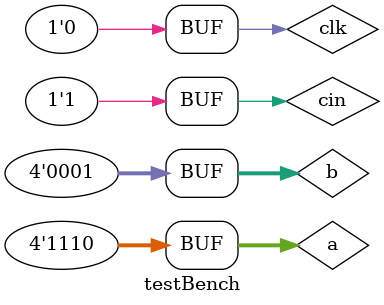
<source format=v>
`timescale 1ns / 100ps
module testBench();

    reg [3:0]a, b;
    wire [3:0] sum;
    reg cin;
    wire cout;
    reg clk =0;

    Req2 testing(a, b, cin, sum, cout);
    
    initial begin

    a = 4'h5;
    b = 4'h6;
    cin = 0;
    #10;

    if(sum !== 4'hb || cout !== 1'b0)
        $display("a = 5, b = 6 and sum != b");

    a = 4'hA;
    b = 4'h2;
    cin = 0;
    #10;

    if(sum !== 4'hC || cout !== 1'b0)
        $display("a = A, b = 2 and sum != C");

    a = 4'hE;
    b = 4'h1;
    cin = 1;
    #10;

    if(sum !== 4'h0 || cout !== 1'b1)
        $display("a = E, b = 1 and sum != 00");
end

    endmodule
</source>
